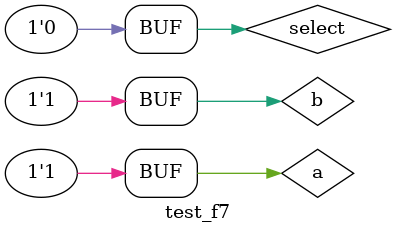
<source format=v>
module f7 ( output s_and,
    output s_nand,
    output s_selected,
    input  a,
    input  b,
    input  select );
// definir dados locais
    wire and_result;
    wire nand_result;

// descrever por portas
    and AND1 ( and_result, a, b );
    nand NAND1 ( nand_result, a, b );

    mux MUX1 ( .s(s_selected), .a(and_result), .b(nand_result), .select(select) );

    assign s_and = and_result;
    assign s_nand = nand_result;

endmodule // f7
// -------------------------
// multiplexer
// -------------------------
module mux ( output s,
    input a,
    input b,
    input select );
// definir dados locais
    wire not_select;
    wire sa;
    wire sb;
// descrever por portas
    not NOT1 ( not_select, select );
    and AND1 ( sa, a, not_select );
    and AND2 ( sb, b, select );
    or OR1 ( s , sa, sb );
endmodule // mux
module test_f7;
// ------------------------- definir dados
    reg a;
    reg b;
    reg select;
    wire s_and;
    wire s_nand;
    wire s_selected;
    f7 LU1 ( .s_and(s_and), .s_nand(s_nand), .s_selected(s_selected), .a(a), .b(b), .select(select) );
// ------------------------- parte principal
    initial
      begin : main
        $display("Guia_0701 - Pedro Henrique Cardoso Maia - 874398");
        $display(" a   b   sel   s_and   s_nand  s_selected");

        // projetar testes do modulo
        a = 1'b0; b = 1'b0; select = 1'b0; #1 $monitor("%2b  %2b  %3b  %5b  %6b  %10b", a, b, select, s_and, s_nand, s_selected);
        a = 1'b0; b = 1'b1; select = 1'b0; #1 $monitor("%2b  %2b  %3b  %5b  %6b  %10b", a, b, select, s_and, s_nand, s_selected);
        a = 1'b1; b = 1'b0; select = 1'b0; #1 $monitor("%2b  %2b  %3b  %5b  %6b  %10b", a, b, select, s_and, s_nand, s_selected);
        a = 1'b1; b = 1'b1; select = 1'b0; #1 $monitor("%2b  %2b  %3b  %5b  %6b  %10b", a, b, select, s_and, s_nand, s_selected);
      end
endmodule // test_f7
</source>
